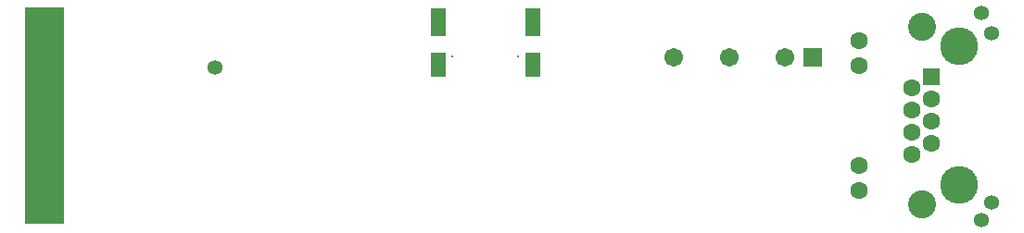
<source format=gbs>
G04*
G04 #@! TF.GenerationSoftware,Altium Limited,Altium Designer,18.1.7 (191)*
G04*
G04 Layer_Color=16711935*
%FSLAX44Y44*%
%MOMM*%
G71*
G01*
G75*
%ADD78C,1.6012*%
%ADD79C,2.5582*%
%ADD80C,3.4532*%
%ADD81R,1.6012X1.6012*%
%ADD82C,1.7112*%
%ADD83R,1.7112X1.7112*%
%ADD84C,1.3552*%
%ADD85R,1.4032X2.2032*%
%ADD86R,1.4032X2.5032*%
%ADD87C,0.2032*%
%ADD145R,3.6250X19.8500*%
%ADD146R,3.2032X0.5532*%
D78*
X928700Y440500D02*
D03*
Y463400D02*
D03*
Y349100D02*
D03*
Y326200D02*
D03*
X977000Y359200D02*
D03*
X994800Y369400D02*
D03*
X977000Y379600D02*
D03*
X994800Y389800D02*
D03*
X977000Y400000D02*
D03*
X994800Y410200D02*
D03*
X977000Y420400D02*
D03*
D79*
X985900Y476100D02*
D03*
Y313500D02*
D03*
D80*
X1020200Y458300D02*
D03*
Y331300D02*
D03*
D81*
X994800Y430600D02*
D03*
D82*
X759200Y447680D02*
D03*
X810000D02*
D03*
X860800D02*
D03*
D83*
X886200D02*
D03*
D84*
X1040000Y299000D02*
D03*
Y489000D02*
D03*
X340000Y439000D02*
D03*
X1050000Y315000D02*
D03*
Y470000D02*
D03*
D85*
X630500Y441400D02*
D03*
X544000D02*
D03*
D86*
X630500Y480000D02*
D03*
X544000D02*
D03*
D87*
X617300Y448570D02*
D03*
X557300D02*
D03*
D145*
X184125Y395000D02*
D03*
D146*
X184750Y325000D02*
D03*
Y460000D02*
D03*
Y455000D02*
D03*
Y450000D02*
D03*
Y445000D02*
D03*
Y485250D02*
D03*
Y465250D02*
D03*
Y475250D02*
D03*
Y470250D02*
D03*
Y480250D02*
D03*
Y440000D02*
D03*
Y430000D02*
D03*
Y410000D02*
D03*
Y390000D02*
D03*
Y370000D02*
D03*
Y350000D02*
D03*
Y310000D02*
D03*
Y435000D02*
D03*
Y415000D02*
D03*
Y425000D02*
D03*
Y420000D02*
D03*
Y395000D02*
D03*
Y405000D02*
D03*
Y400000D02*
D03*
Y375000D02*
D03*
Y385000D02*
D03*
Y380000D02*
D03*
Y355000D02*
D03*
Y365000D02*
D03*
Y360000D02*
D03*
Y315000D02*
D03*
Y320000D02*
D03*
Y305000D02*
D03*
M02*

</source>
